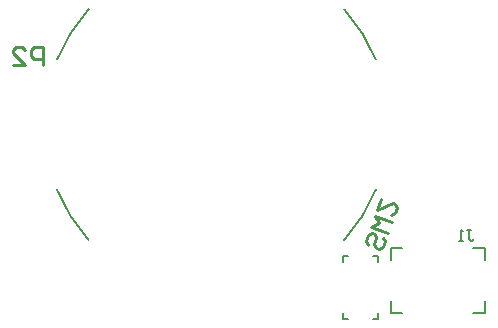
<source format=gbo>
%FSLAX24Y24*%
%MOIN*%
G70*
G01*
G75*
G04 Layer_Color=32896*
%ADD10R,0.0787X0.0492*%
%ADD11O,0.0098X0.0335*%
%ADD12R,0.0532X0.0256*%
%ADD13O,0.0354X0.0157*%
%ADD14R,0.0591X0.0945*%
%ADD15O,0.0354X0.0110*%
%ADD16O,0.0110X0.0354*%
%ADD17R,0.0945X0.0945*%
%ADD18R,0.0591X0.0748*%
%ADD19R,0.0591X0.0591*%
%ADD20R,0.0433X0.0394*%
%ADD21R,0.0276X0.0354*%
%ADD22R,0.0354X0.0276*%
%ADD23R,0.0118X0.0193*%
%ADD24R,0.0118X0.0205*%
%ADD25R,0.0512X0.0591*%
%ADD26C,0.0394*%
%ADD27R,0.0236X0.0394*%
%ADD28R,0.0591X0.0512*%
%ADD29O,0.0532X0.0217*%
%ADD30O,0.0217X0.0532*%
%ADD31R,0.0138X0.0394*%
%ADD32R,0.0512X0.0413*%
%ADD33R,0.0315X0.0394*%
%ADD34R,0.0591X0.0276*%
%ADD35C,0.0079*%
%ADD36C,0.0197*%
%ADD37C,0.0354*%
%ADD38C,0.0276*%
%ADD39C,0.0394*%
%ADD40C,0.0063*%
%ADD41C,0.0118*%
%ADD42C,0.0157*%
%ADD43C,0.0100*%
%ADD44R,0.0787X0.0492*%
%ADD45R,0.1811X0.0197*%
%ADD46R,0.0197X0.2589*%
%ADD47R,0.1004X0.0197*%
%ADD48R,0.0197X0.1969*%
%ADD49C,0.0669*%
%ADD50R,0.0669X0.0669*%
%ADD51C,0.0315*%
%ADD52C,0.0709*%
%ADD53C,0.0197*%
%ADD54C,0.0276*%
%ADD55C,0.0236*%
%ADD56C,0.0354*%
%ADD57R,0.1024X0.1378*%
%ADD58R,0.0669X0.0315*%
%ADD59C,0.0039*%
%ADD60C,0.0098*%
%ADD61C,0.0236*%
%ADD62R,0.0866X0.0571*%
%ADD63R,0.0867X0.0572*%
%ADD64O,0.0178X0.0415*%
%ADD65R,0.0612X0.0336*%
%ADD66O,0.0449X0.0252*%
%ADD67R,0.0671X0.1025*%
%ADD68O,0.0409X0.0165*%
%ADD69O,0.0165X0.0409*%
%ADD70R,0.1025X0.1025*%
%ADD71R,0.0671X0.0828*%
%ADD72R,0.0671X0.0671*%
%ADD73R,0.0513X0.0474*%
%ADD74R,0.0356X0.0434*%
%ADD75R,0.0434X0.0356*%
%ADD76R,0.0157X0.0232*%
%ADD77R,0.0157X0.0244*%
%ADD78R,0.0592X0.0671*%
%ADD79C,0.0474*%
%ADD80R,0.0316X0.0474*%
%ADD81R,0.0671X0.0592*%
%ADD82O,0.0612X0.0297*%
%ADD83O,0.0297X0.0612*%
%ADD84R,0.0218X0.0474*%
%ADD85R,0.0592X0.0493*%
%ADD86R,0.0395X0.0474*%
%ADD87R,0.0671X0.0356*%
%ADD88C,0.0749*%
%ADD89R,0.0749X0.0749*%
%ADD90C,0.0395*%
%ADD91C,0.0789*%
%ADD92C,0.0277*%
%ADD93C,0.0434*%
%ADD94R,0.1104X0.1458*%
%ADD95R,0.0749X0.0395*%
D35*
X7772Y-1012D02*
G03*
X6713Y-2697I4256J-3850D01*
G01*
X16283Y-8713D02*
G03*
X17343Y-7028I-4256J3850D01*
G01*
X6713D02*
G03*
X7772Y-8713I5315J2165D01*
G01*
X17343Y-2697D02*
G03*
X16283Y-1012I-5315J-2165D01*
G01*
X17402Y-11339D02*
Y-11142D01*
X17244Y-11339D02*
X17402D01*
Y-9449D02*
Y-9252D01*
X17244D02*
X17402D01*
X16260Y-11339D02*
Y-11142D01*
Y-11339D02*
X16417D01*
X16260Y-9252D02*
X16417D01*
X16260Y-9449D02*
Y-9252D01*
X17835Y-9370D02*
Y-8976D01*
X18228D01*
X20591D02*
X20984D01*
Y-9370D02*
Y-8976D01*
Y-11142D02*
Y-10748D01*
X20591Y-11142D02*
X20984D01*
X17835D02*
X18228D01*
X17835D02*
Y-10748D01*
X20368Y-8356D02*
X20499D01*
X20433D01*
Y-8684D01*
X20499Y-8750D01*
X20564D01*
X20630Y-8684D01*
X20236Y-8750D02*
X20105D01*
X20171D01*
Y-8356D01*
X20236Y-8422D01*
D43*
X6260Y-2874D02*
Y-2274D01*
X5960D01*
X5860Y-2374D01*
Y-2574D01*
X5960Y-2674D01*
X6260D01*
X5260Y-2874D02*
X5660D01*
X5260Y-2474D01*
Y-2374D01*
X5360Y-2274D01*
X5560D01*
X5660Y-2374D01*
X17585Y-8624D02*
X17645Y-8752D01*
X17576Y-8940D01*
X17448Y-9000D01*
X17354Y-8965D01*
X17294Y-8837D01*
X17363Y-8650D01*
X17303Y-8521D01*
X17209Y-8487D01*
X17081Y-8547D01*
X17013Y-8735D01*
X17072Y-8863D01*
X17747Y-8470D02*
X17183Y-8265D01*
X17440Y-8146D01*
X17320Y-7889D01*
X17884Y-8094D01*
X17525Y-7326D02*
X17389Y-7701D01*
X17901Y-7462D01*
X17995Y-7497D01*
X18055Y-7625D01*
X17986Y-7813D01*
X17858Y-7872D01*
M02*

</source>
